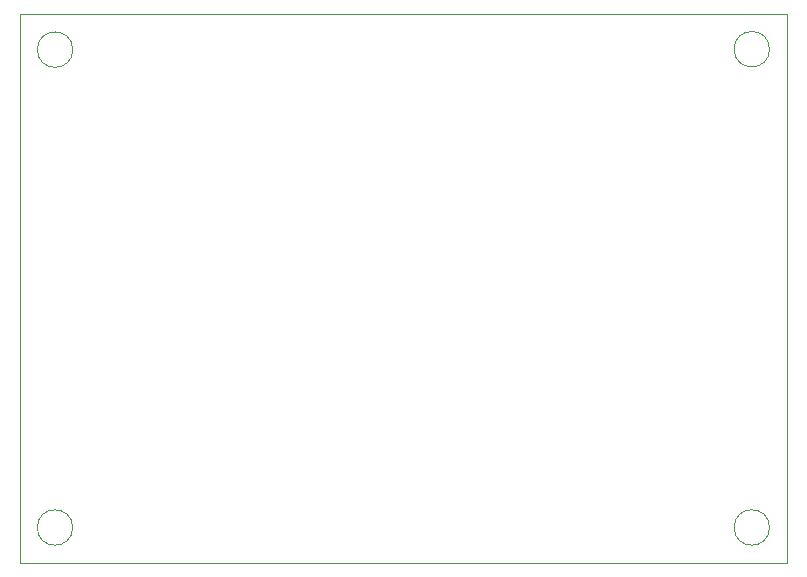
<source format=gbr>
%TF.GenerationSoftware,KiCad,Pcbnew,8.0.4-8.0.4-0~ubuntu20.04.1*%
%TF.CreationDate,2024-10-09T19:36:56+03:00*%
%TF.ProjectId,kbrd,6b627264-2e6b-4696-9361-645f70636258,rev?*%
%TF.SameCoordinates,Original*%
%TF.FileFunction,Profile,NP*%
%FSLAX46Y46*%
G04 Gerber Fmt 4.6, Leading zero omitted, Abs format (unit mm)*
G04 Created by KiCad (PCBNEW 8.0.4-8.0.4-0~ubuntu20.04.1) date 2024-10-09 19:36:56*
%MOMM*%
%LPD*%
G01*
G04 APERTURE LIST*
%TA.AperFunction,Profile*%
%ADD10C,0.050000*%
%TD*%
G04 APERTURE END LIST*
D10*
X122400000Y-72100000D02*
X187400000Y-72100000D01*
X187400000Y-118600000D01*
X122400000Y-118600000D01*
X122400000Y-72100000D01*
X185900000Y-115594937D02*
G75*
G02*
X182900000Y-115594937I-1500000J0D01*
G01*
X182900000Y-115594937D02*
G75*
G02*
X185900000Y-115594937I1500000J0D01*
G01*
X126909819Y-75138308D02*
G75*
G02*
X123909819Y-75138308I-1500000J0D01*
G01*
X123909819Y-75138308D02*
G75*
G02*
X126909819Y-75138308I1500000J0D01*
G01*
X126900000Y-115600000D02*
G75*
G02*
X123900000Y-115600000I-1500000J0D01*
G01*
X123900000Y-115600000D02*
G75*
G02*
X126900000Y-115600000I1500000J0D01*
G01*
X185900000Y-75100000D02*
G75*
G02*
X182900000Y-75100000I-1500000J0D01*
G01*
X182900000Y-75100000D02*
G75*
G02*
X185900000Y-75100000I1500000J0D01*
G01*
M02*

</source>
